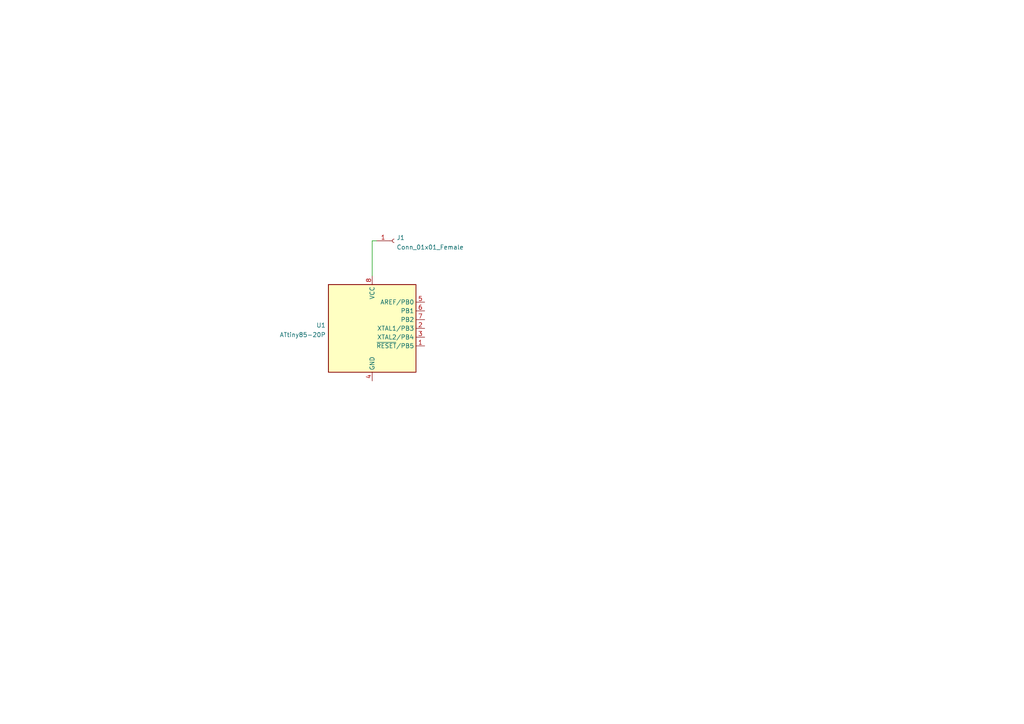
<source format=kicad_sch>
(kicad_sch (version 20211123) (generator eeschema)
  (paper "A4")
  (lib_symbols
    (symbol "Connector:Conn_01x01_Female" (pin_names (offset 1.016) hide)
      (property "Reference" "J" (at 0 2.54 0))
      (property "Value" "Conn_01x01_Female" (at 0 -2.54 0))
      (symbol "Conn_01x01_Female_1_1"
        (polyline (pts (xy -1.27 0) (xy -0.508 0)) (stroke (width 0.1524)))
        (arc (start 0 0.508) (mid -0.508 0) (end 0 -0.508) (stroke (width 0.1524)))
        (pin passive line (at -5.08 0 0) (length 3.81) (name "Pin_1") (number "1"))
      )
    )
    (symbol "MCU_Microchip_ATtiny:ATtiny85-20P"
      (property "Reference" "U" (at -12.7 13.97 0))
      (property "Value" "ATtiny85-20P" (at 2.54 -13.97 0))
      (symbol "ATtiny85-20P_0_1"
        (rectangle (start -12.7 -12.7) (end 12.7 12.7) (stroke (width 0.254)) (fill (type background)))
      )
      (symbol "ATtiny85-20P_1_1"
        (pin bidirectional line (at 15.24 -5.08 180) (length 2.54) (name "~{RESET}/PB5") (number "1"))
        (pin bidirectional line (at 15.24 0 180) (length 2.54) (name "XTAL1/PB3") (number "2"))
        (pin bidirectional line (at 15.24 -2.54 180) (length 2.54) (name "XTAL2/PB4") (number "3"))
        (pin power_in line (at 0 -15.24 90) (length 2.54) (name "GND") (number "4"))
        (pin bidirectional line (at 15.24 7.62 180) (length 2.54) (name "AREF/PB0") (number "5"))
        (pin bidirectional line (at 15.24 5.08 180) (length 2.54) (name "PB1") (number "6"))
        (pin bidirectional line (at 15.24 2.54 180) (length 2.54) (name "PB2") (number "7"))
        (pin power_in line (at 0 15.24 270) (length 2.54) (name "VCC") (number "8"))
      )
    )
  )
  (wire (pts (xy 107.95 69.85) (xy 109.22 69.85)))
  (wire (pts (xy 107.95 80.01) (xy 107.95 69.85)))
  (symbol (lib_id "MCU_Microchip_ATtiny:ATtiny85-20P") (at 107.95 95.25 0) (unit 1)
    (property "Reference" "U1" (at 94.488 94.3415 0) (effects (justify right)))
    (property "Value" "ATtiny85-20P" (at 94.488 97.1166 0) (effects (justify right)))
    (property "Footprint" "EmbeddedParts:DIP8-Embedded" (effects hide))
    (property "Datasheet" "http://ww1.microchip.com/downloads/en/DeviceDoc/atmel-2586-avr-8-bit-microcontroller-attiny25-attiny45-attiny85_datasheet.pdf" (effects hide))
  )
  (symbol (lib_id "Connector:Conn_01x01_Female") (at 114.3 69.85 0) (unit 1)
    (property "Reference" "J1" (at 115.0112 68.9415 0) (effects (justify left)))
    (property "Value" "Conn_01x01_Female" (at 115.0112 71.7166 0) (effects (justify left)))
    (property "Footprint" "Connector_PinHeader_2.54mm:PinHeader_1x01_P2.54mm_Horizontal" (effects hide))
  )
)
</source>
